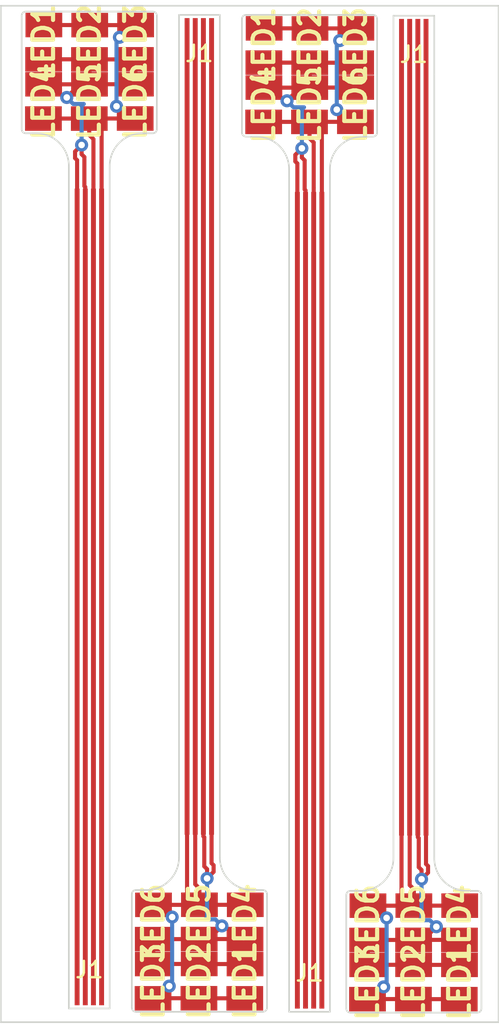
<source format=kicad_pcb>
(kicad_pcb (version 20171130) (host pcbnew "(5.1.5)-3")

  (general
    (thickness 1.6)
    (drawings 84)
    (tracks 212)
    (zones 0)
    (modules 28)
    (nets 3)
  )

  (page A4)
  (layers
    (0 F.Cu signal)
    (31 B.Cu signal)
    (32 B.Adhes user hide)
    (33 F.Adhes user hide)
    (34 B.Paste user hide)
    (35 F.Paste user hide)
    (36 B.SilkS user hide)
    (37 F.SilkS user hide)
    (38 B.Mask user hide)
    (39 F.Mask user hide)
    (40 Dwgs.User user hide)
    (41 Cmts.User user hide)
    (42 Eco1.User user hide)
    (43 Eco2.User user hide)
    (44 Edge.Cuts user)
    (45 Margin user hide)
    (46 B.CrtYd user hide)
    (47 F.CrtYd user hide)
    (48 B.Fab user hide)
    (49 F.Fab user hide)
  )

  (setup
    (last_trace_width 0.25)
    (trace_clearance 0.2)
    (zone_clearance 0.508)
    (zone_45_only no)
    (trace_min 0.2)
    (via_size 0.8)
    (via_drill 0.4)
    (via_min_size 0.4)
    (via_min_drill 0.3)
    (uvia_size 0.3)
    (uvia_drill 0.1)
    (uvias_allowed no)
    (uvia_min_size 0.2)
    (uvia_min_drill 0.1)
    (edge_width 0.1)
    (segment_width 0.2)
    (pcb_text_width 0.3)
    (pcb_text_size 1.5 1.5)
    (mod_edge_width 0.15)
    (mod_text_size 1 1)
    (mod_text_width 0.15)
    (pad_size 1.5 2.25)
    (pad_drill 0)
    (pad_to_mask_clearance 0)
    (aux_axis_origin 0 0)
    (visible_elements 7FFFFFFF)
    (pcbplotparams
      (layerselection 0x010fc_ffffffff)
      (usegerberextensions false)
      (usegerberattributes false)
      (usegerberadvancedattributes false)
      (creategerberjobfile false)
      (excludeedgelayer true)
      (linewidth 0.100000)
      (plotframeref false)
      (viasonmask false)
      (mode 1)
      (useauxorigin false)
      (hpglpennumber 1)
      (hpglpenspeed 20)
      (hpglpendiameter 15.000000)
      (psnegative false)
      (psa4output false)
      (plotreference true)
      (plotvalue true)
      (plotinvisibletext false)
      (padsonsilk false)
      (subtractmaskfromsilk false)
      (outputformat 1)
      (mirror false)
      (drillshape 0)
      (scaleselection 1)
      (outputdirectory "C:/Users/Ianht/Documents/General/Professional/MCube/GitHub/Hardware/Electrical/LED Harness/GREEN/"))
  )

  (net 0 "")
  (net 1 "Net-(J1-Pad1)")
  (net 2 "Net-(J1-Pad2)")

  (net_class Default "This is the default net class."
    (clearance 0.2)
    (trace_width 0.25)
    (via_dia 0.8)
    (via_drill 0.4)
    (uvia_dia 0.3)
    (uvia_drill 0.1)
    (add_net "Net-(J1-Pad1)")
    (add_net "Net-(J1-Pad2)")
  )

  (module "GelSight LED:FFC_Male_1x02-1MP_P0.50m" (layer F.Cu) (tedit 5E44885E) (tstamp 5E5FE6FB)
    (at 148.47678 80.1964 180)
    (descr "Hirose FH12, FFC/FPC connector, FH12-6S-0.5SH, 6 Pins per row (https://www.hirose.com/product/en/products/FH12/FH12-24S-0.5SH(55)/), generated with kicad-footprint-generator")
    (tags "connector Hirose FH12 horizontal")
    (path /5DFAAD9C)
    (attr smd)
    (fp_text reference J1 (at 0 -1.524) (layer F.SilkS)
      (effects (font (size 1 1) (thickness 0.15)))
    )
    (fp_text value Conn_01x02_Male (at 0 1.7018) (layer F.Fab)
      (effects (font (size 1 1) (thickness 0.15)))
    )
    (pad 2 smd rect (at 0.75 -24.35 180) (size 0.3 50) (layers F.Cu F.Paste F.Mask)
      (net 2 "Net-(J1-Pad2)"))
    (pad 2 smd rect (at 0.25 -24.35 180) (size 0.3 50) (layers F.Cu F.Paste F.Mask)
      (net 2 "Net-(J1-Pad2)"))
    (pad 1 smd rect (at -0.25 -24.35 180) (size 0.3 50) (layers F.Cu F.Paste F.Mask)
      (net 1 "Net-(J1-Pad1)"))
    (pad 1 smd rect (at -0.75 -24.35 180) (size 0.3 50) (layers F.Cu F.Paste F.Mask)
      (net 1 "Net-(J1-Pad1)"))
    (model ${KISYS3DMOD}/Connector_FFC-FPC.3dshapes/Hirose_FH12-6S-0.5SH_1x06-1MP_P0.50mm_Horizontal.wrl
      (at (xyz 0 0 0))
      (scale (xyz 1 1 1))
      (rotate (xyz 0 0 0))
    )
  )

  (module SamacSys_Parts:LEDM3528X210N (layer F.Cu) (tedit 5E5D4B16) (tstamp 5E5FE6F0)
    (at 145.65884 134.8867 90)
    (descr P-LCC-2_1)
    (tags LED)
    (path /5E5D4DE2)
    (attr smd)
    (fp_text reference LED6 (at 0 0 90) (layer F.SilkS)
      (effects (font (size 1.27 1.27) (thickness 0.254)))
    )
    (fp_text value LB_T64G-V1CA-59-Z (at 0 0 90) (layer F.SilkS) hide
      (effects (font (size 1.27 1.27) (thickness 0.254)))
    )
    (fp_line (start -1.75 -0.5) (end -0.85 -1.4) (layer F.Fab) (width 0.1))
    (fp_line (start -1.75 1.4) (end -1.75 -1.4) (layer F.Fab) (width 0.1))
    (fp_line (start 1.75 1.4) (end -1.75 1.4) (layer F.Fab) (width 0.1))
    (fp_line (start 1.75 -1.4) (end 1.75 1.4) (layer F.Fab) (width 0.1))
    (fp_line (start -1.75 -1.4) (end 1.75 -1.4) (layer F.Fab) (width 0.1))
    (fp_text user %R (at 0 0 90) (layer F.Fab)
      (effects (font (size 1.27 1.27) (thickness 0.254)))
    )
    (pad 2 smd rect (at 1.04902 0.0127 90) (size 1.5 2.25) (layers F.Cu F.Paste F.Mask)
      (net 2 "Net-(J1-Pad2)"))
    (pad 1 smd rect (at -1.04902 -0.00254 90) (size 1.5 2.25) (layers F.Cu F.Paste F.Mask)
      (net 1 "Net-(J1-Pad1)"))
  )

  (module SamacSys_Parts:LEDM3528X210N (layer F.Cu) (tedit 5E5D4B16) (tstamp 5E5FE6E5)
    (at 151.27732 134.88416 90)
    (descr P-LCC-2_1)
    (tags LED)
    (path /5E5D3B40)
    (attr smd)
    (fp_text reference LED4 (at 0 0 90) (layer F.SilkS)
      (effects (font (size 1.27 1.27) (thickness 0.254)))
    )
    (fp_text value LB_T64G-V1CA-59-Z (at 0 0 90) (layer F.SilkS) hide
      (effects (font (size 1.27 1.27) (thickness 0.254)))
    )
    (fp_line (start -1.75 -0.5) (end -0.85 -1.4) (layer F.Fab) (width 0.1))
    (fp_line (start -1.75 1.4) (end -1.75 -1.4) (layer F.Fab) (width 0.1))
    (fp_line (start 1.75 1.4) (end -1.75 1.4) (layer F.Fab) (width 0.1))
    (fp_line (start 1.75 -1.4) (end 1.75 1.4) (layer F.Fab) (width 0.1))
    (fp_line (start -1.75 -1.4) (end 1.75 -1.4) (layer F.Fab) (width 0.1))
    (fp_text user %R (at 0 0 90) (layer F.Fab)
      (effects (font (size 1.27 1.27) (thickness 0.254)))
    )
    (pad 2 smd rect (at 1.04902 0.0127 90) (size 1.5 2.25) (layers F.Cu F.Paste F.Mask)
      (net 2 "Net-(J1-Pad2)"))
    (pad 1 smd rect (at -1.04902 -0.00254 90) (size 1.5 2.25) (layers F.Cu F.Paste F.Mask)
      (net 1 "Net-(J1-Pad1)"))
  )

  (module SamacSys_Parts:LEDM3528X210N (layer F.Cu) (tedit 5E5D4DB9) (tstamp 5E5FE6DA)
    (at 148.47062 134.88162 90)
    (descr P-LCC-2_1)
    (tags LED)
    (path /5E5D4416)
    (attr smd)
    (fp_text reference LED5 (at 0 0 90) (layer F.SilkS)
      (effects (font (size 1.27 1.27) (thickness 0.254)))
    )
    (fp_text value LB_T64G-V1CA-59-Z (at 0 0 90) (layer F.SilkS) hide
      (effects (font (size 1.27 1.27) (thickness 0.254)))
    )
    (fp_text user %R (at 0 0 90) (layer F.Fab)
      (effects (font (size 1.27 1.27) (thickness 0.254)))
    )
    (fp_line (start -1.75 -1.4) (end 1.75 -1.4) (layer F.Fab) (width 0.1))
    (fp_line (start 1.75 -1.4) (end 1.75 1.4) (layer F.Fab) (width 0.1))
    (fp_line (start 1.75 1.4) (end -1.75 1.4) (layer F.Fab) (width 0.1))
    (fp_line (start -1.75 1.4) (end -1.75 -1.4) (layer F.Fab) (width 0.1))
    (fp_line (start -1.75 -0.5) (end -0.85 -1.4) (layer F.Fab) (width 0.1))
    (pad 1 smd rect (at -1.04902 -0.00254 90) (size 1.5 2.25) (layers F.Cu F.Paste F.Mask)
      (net 1 "Net-(J1-Pad1)"))
    (pad 2 smd rect (at 1.04902 0.0127 90) (size 1.5 2.25) (layers F.Cu F.Paste F.Mask)
      (net 2 "Net-(J1-Pad2)"))
  )

  (module SamacSys_Parts:LEDM3528X210N (layer F.Cu) (tedit 5E5D4B16) (tstamp 5E5FE6CF)
    (at 151.27478 138.51128 270)
    (descr P-LCC-2_1)
    (tags LED)
    (path /5DF9516F)
    (attr smd)
    (fp_text reference LED1 (at 0 0 90) (layer F.SilkS)
      (effects (font (size 1.27 1.27) (thickness 0.254)))
    )
    (fp_text value LB_T64G-V1CA-59-Z (at 0 0 90) (layer F.SilkS) hide
      (effects (font (size 1.27 1.27) (thickness 0.254)))
    )
    (fp_text user %R (at 0 0 90) (layer F.Fab)
      (effects (font (size 1.27 1.27) (thickness 0.254)))
    )
    (fp_line (start -1.75 -1.4) (end 1.75 -1.4) (layer F.Fab) (width 0.1))
    (fp_line (start 1.75 -1.4) (end 1.75 1.4) (layer F.Fab) (width 0.1))
    (fp_line (start 1.75 1.4) (end -1.75 1.4) (layer F.Fab) (width 0.1))
    (fp_line (start -1.75 1.4) (end -1.75 -1.4) (layer F.Fab) (width 0.1))
    (fp_line (start -1.75 -0.5) (end -0.85 -1.4) (layer F.Fab) (width 0.1))
    (pad 1 smd rect (at -1.04902 -0.00254 270) (size 1.5 2.25) (layers F.Cu F.Paste F.Mask)
      (net 1 "Net-(J1-Pad1)"))
    (pad 2 smd rect (at 1.04902 0.0127 270) (size 1.5 2.25) (layers F.Cu F.Paste F.Mask)
      (net 2 "Net-(J1-Pad2)"))
  )

  (module SamacSys_Parts:LEDM3528X210N (layer F.Cu) (tedit 5E5D4B16) (tstamp 5E5FE6C4)
    (at 148.46681 138.5062 270)
    (descr P-LCC-2_1)
    (tags LED)
    (path /5DF95B42)
    (attr smd)
    (fp_text reference LED2 (at 0 0 90) (layer F.SilkS)
      (effects (font (size 1.27 1.27) (thickness 0.254)))
    )
    (fp_text value LB_T64G-V1CA-59-Z (at 0 0 90) (layer F.SilkS) hide
      (effects (font (size 1.27 1.27) (thickness 0.254)))
    )
    (fp_line (start -1.75 -0.5) (end -0.85 -1.4) (layer F.Fab) (width 0.1))
    (fp_line (start -1.75 1.4) (end -1.75 -1.4) (layer F.Fab) (width 0.1))
    (fp_line (start 1.75 1.4) (end -1.75 1.4) (layer F.Fab) (width 0.1))
    (fp_line (start 1.75 -1.4) (end 1.75 1.4) (layer F.Fab) (width 0.1))
    (fp_line (start -1.75 -1.4) (end 1.75 -1.4) (layer F.Fab) (width 0.1))
    (fp_text user %R (at 0 0 90) (layer F.Fab)
      (effects (font (size 1.27 1.27) (thickness 0.254)))
    )
    (pad 2 smd rect (at 1.04902 0.0127 270) (size 1.5 2.25) (layers F.Cu F.Paste F.Mask)
      (net 2 "Net-(J1-Pad2)"))
    (pad 1 smd rect (at -1.04902 -0.00254 270) (size 1.5 2.25) (layers F.Cu F.Paste F.Mask)
      (net 1 "Net-(J1-Pad1)"))
  )

  (module SamacSys_Parts:LEDM3528X210N (layer F.Cu) (tedit 5E5D4B16) (tstamp 5E5FE6B9)
    (at 145.6563 138.51128 270)
    (descr P-LCC-2_1)
    (tags LED)
    (path /5DF9746F)
    (attr smd)
    (fp_text reference LED3 (at 0 0 90) (layer F.SilkS)
      (effects (font (size 1.27 1.27) (thickness 0.254)))
    )
    (fp_text value LB_T64G-V1CA-59-Z (at 0 0 90) (layer F.SilkS) hide
      (effects (font (size 1.27 1.27) (thickness 0.254)))
    )
    (fp_text user %R (at 0 0 90) (layer F.Fab)
      (effects (font (size 1.27 1.27) (thickness 0.254)))
    )
    (fp_line (start -1.75 -1.4) (end 1.75 -1.4) (layer F.Fab) (width 0.1))
    (fp_line (start 1.75 -1.4) (end 1.75 1.4) (layer F.Fab) (width 0.1))
    (fp_line (start 1.75 1.4) (end -1.75 1.4) (layer F.Fab) (width 0.1))
    (fp_line (start -1.75 1.4) (end -1.75 -1.4) (layer F.Fab) (width 0.1))
    (fp_line (start -1.75 -0.5) (end -0.85 -1.4) (layer F.Fab) (width 0.1))
    (pad 1 smd rect (at -1.04902 -0.00254 270) (size 1.5 2.25) (layers F.Cu F.Paste F.Mask)
      (net 1 "Net-(J1-Pad1)"))
    (pad 2 smd rect (at 1.04902 0.0127 270) (size 1.5 2.25) (layers F.Cu F.Paste F.Mask)
      (net 2 "Net-(J1-Pad2)"))
  )

  (module SamacSys_Parts:LEDM3528X210N (layer F.Cu) (tedit 5E5D4B16) (tstamp 5E5FE4AF)
    (at 144.9197 81.17332 90)
    (descr P-LCC-2_1)
    (tags LED)
    (path /5DF9746F)
    (attr smd)
    (fp_text reference LED3 (at 0 0 90) (layer F.SilkS)
      (effects (font (size 1.27 1.27) (thickness 0.254)))
    )
    (fp_text value LB_T64G-V1CA-59-Z (at 0 0 90) (layer F.SilkS) hide
      (effects (font (size 1.27 1.27) (thickness 0.254)))
    )
    (fp_text user %R (at 0 0 90) (layer F.Fab)
      (effects (font (size 1.27 1.27) (thickness 0.254)))
    )
    (fp_line (start -1.75 -1.4) (end 1.75 -1.4) (layer F.Fab) (width 0.1))
    (fp_line (start 1.75 -1.4) (end 1.75 1.4) (layer F.Fab) (width 0.1))
    (fp_line (start 1.75 1.4) (end -1.75 1.4) (layer F.Fab) (width 0.1))
    (fp_line (start -1.75 1.4) (end -1.75 -1.4) (layer F.Fab) (width 0.1))
    (fp_line (start -1.75 -0.5) (end -0.85 -1.4) (layer F.Fab) (width 0.1))
    (pad 1 smd rect (at -1.04902 -0.00254 90) (size 1.5 2.25) (layers F.Cu F.Paste F.Mask)
      (net 1 "Net-(J1-Pad1)"))
    (pad 2 smd rect (at 1.04902 0.0127 90) (size 1.5 2.25) (layers F.Cu F.Paste F.Mask)
      (net 2 "Net-(J1-Pad2)"))
  )

  (module SamacSys_Parts:LEDM3528X210N (layer F.Cu) (tedit 5E5D4B16) (tstamp 5E5FE4A4)
    (at 144.91716 84.7979 270)
    (descr P-LCC-2_1)
    (tags LED)
    (path /5E5D4DE2)
    (attr smd)
    (fp_text reference LED6 (at 0 0 90) (layer F.SilkS)
      (effects (font (size 1.27 1.27) (thickness 0.254)))
    )
    (fp_text value LB_T64G-V1CA-59-Z (at 0 0 90) (layer F.SilkS) hide
      (effects (font (size 1.27 1.27) (thickness 0.254)))
    )
    (fp_line (start -1.75 -0.5) (end -0.85 -1.4) (layer F.Fab) (width 0.1))
    (fp_line (start -1.75 1.4) (end -1.75 -1.4) (layer F.Fab) (width 0.1))
    (fp_line (start 1.75 1.4) (end -1.75 1.4) (layer F.Fab) (width 0.1))
    (fp_line (start 1.75 -1.4) (end 1.75 1.4) (layer F.Fab) (width 0.1))
    (fp_line (start -1.75 -1.4) (end 1.75 -1.4) (layer F.Fab) (width 0.1))
    (fp_text user %R (at 0 0 90) (layer F.Fab)
      (effects (font (size 1.27 1.27) (thickness 0.254)))
    )
    (pad 2 smd rect (at 1.04902 0.0127 270) (size 1.5 2.25) (layers F.Cu F.Paste F.Mask)
      (net 2 "Net-(J1-Pad2)"))
    (pad 1 smd rect (at -1.04902 -0.00254 270) (size 1.5 2.25) (layers F.Cu F.Paste F.Mask)
      (net 1 "Net-(J1-Pad1)"))
  )

  (module "GelSight LED:FFC_Male_1x02-1MP_P0.50m" (layer F.Cu) (tedit 5E44885E) (tstamp 5E5FE49D)
    (at 142.09922 139.4882)
    (descr "Hirose FH12, FFC/FPC connector, FH12-6S-0.5SH, 6 Pins per row (https://www.hirose.com/product/en/products/FH12/FH12-24S-0.5SH(55)/), generated with kicad-footprint-generator")
    (tags "connector Hirose FH12 horizontal")
    (path /5DFAAD9C)
    (attr smd)
    (fp_text reference J1 (at 0 -1.524) (layer F.SilkS)
      (effects (font (size 1 1) (thickness 0.15)))
    )
    (fp_text value Conn_01x02_Male (at 0 1.7018) (layer F.Fab)
      (effects (font (size 1 1) (thickness 0.15)))
    )
    (pad 2 smd rect (at 0.75 -24.35) (size 0.3 50) (layers F.Cu F.Paste F.Mask)
      (net 2 "Net-(J1-Pad2)"))
    (pad 2 smd rect (at 0.25 -24.35) (size 0.3 50) (layers F.Cu F.Paste F.Mask)
      (net 2 "Net-(J1-Pad2)"))
    (pad 1 smd rect (at -0.25 -24.35) (size 0.3 50) (layers F.Cu F.Paste F.Mask)
      (net 1 "Net-(J1-Pad1)"))
    (pad 1 smd rect (at -0.75 -24.35) (size 0.3 50) (layers F.Cu F.Paste F.Mask)
      (net 1 "Net-(J1-Pad1)"))
    (model ${KISYS3DMOD}/Connector_FFC-FPC.3dshapes/Hirose_FH12-6S-0.5SH_1x06-1MP_P0.50mm_Horizontal.wrl
      (at (xyz 0 0 0))
      (scale (xyz 1 1 1))
      (rotate (xyz 0 0 0))
    )
  )

  (module SamacSys_Parts:LEDM3528X210N (layer F.Cu) (tedit 5E5D4B16) (tstamp 5E5FE492)
    (at 139.29868 84.80044 270)
    (descr P-LCC-2_1)
    (tags LED)
    (path /5E5D3B40)
    (attr smd)
    (fp_text reference LED4 (at 0 0 90) (layer F.SilkS)
      (effects (font (size 1.27 1.27) (thickness 0.254)))
    )
    (fp_text value LB_T64G-V1CA-59-Z (at 0 0 90) (layer F.SilkS) hide
      (effects (font (size 1.27 1.27) (thickness 0.254)))
    )
    (fp_line (start -1.75 -0.5) (end -0.85 -1.4) (layer F.Fab) (width 0.1))
    (fp_line (start -1.75 1.4) (end -1.75 -1.4) (layer F.Fab) (width 0.1))
    (fp_line (start 1.75 1.4) (end -1.75 1.4) (layer F.Fab) (width 0.1))
    (fp_line (start 1.75 -1.4) (end 1.75 1.4) (layer F.Fab) (width 0.1))
    (fp_line (start -1.75 -1.4) (end 1.75 -1.4) (layer F.Fab) (width 0.1))
    (fp_text user %R (at 0 0 90) (layer F.Fab)
      (effects (font (size 1.27 1.27) (thickness 0.254)))
    )
    (pad 2 smd rect (at 1.04902 0.0127 270) (size 1.5 2.25) (layers F.Cu F.Paste F.Mask)
      (net 2 "Net-(J1-Pad2)"))
    (pad 1 smd rect (at -1.04902 -0.00254 270) (size 1.5 2.25) (layers F.Cu F.Paste F.Mask)
      (net 1 "Net-(J1-Pad1)"))
  )

  (module SamacSys_Parts:LEDM3528X210N (layer F.Cu) (tedit 5E5D4DB9) (tstamp 5E5FE487)
    (at 142.10538 84.80298 270)
    (descr P-LCC-2_1)
    (tags LED)
    (path /5E5D4416)
    (attr smd)
    (fp_text reference LED5 (at 0 0 90) (layer F.SilkS)
      (effects (font (size 1.27 1.27) (thickness 0.254)))
    )
    (fp_text value LB_T64G-V1CA-59-Z (at 0 0 90) (layer F.SilkS) hide
      (effects (font (size 1.27 1.27) (thickness 0.254)))
    )
    (fp_text user %R (at 0 0 90) (layer F.Fab)
      (effects (font (size 1.27 1.27) (thickness 0.254)))
    )
    (fp_line (start -1.75 -1.4) (end 1.75 -1.4) (layer F.Fab) (width 0.1))
    (fp_line (start 1.75 -1.4) (end 1.75 1.4) (layer F.Fab) (width 0.1))
    (fp_line (start 1.75 1.4) (end -1.75 1.4) (layer F.Fab) (width 0.1))
    (fp_line (start -1.75 1.4) (end -1.75 -1.4) (layer F.Fab) (width 0.1))
    (fp_line (start -1.75 -0.5) (end -0.85 -1.4) (layer F.Fab) (width 0.1))
    (pad 1 smd rect (at -1.04902 -0.00254 270) (size 1.5 2.25) (layers F.Cu F.Paste F.Mask)
      (net 1 "Net-(J1-Pad1)"))
    (pad 2 smd rect (at 1.04902 0.0127 270) (size 1.5 2.25) (layers F.Cu F.Paste F.Mask)
      (net 2 "Net-(J1-Pad2)"))
  )

  (module SamacSys_Parts:LEDM3528X210N (layer F.Cu) (tedit 5E5D4B16) (tstamp 5E5FE47C)
    (at 142.10919 81.1784 90)
    (descr P-LCC-2_1)
    (tags LED)
    (path /5DF95B42)
    (attr smd)
    (fp_text reference LED2 (at 0 0 90) (layer F.SilkS)
      (effects (font (size 1.27 1.27) (thickness 0.254)))
    )
    (fp_text value LB_T64G-V1CA-59-Z (at 0 0 90) (layer F.SilkS) hide
      (effects (font (size 1.27 1.27) (thickness 0.254)))
    )
    (fp_line (start -1.75 -0.5) (end -0.85 -1.4) (layer F.Fab) (width 0.1))
    (fp_line (start -1.75 1.4) (end -1.75 -1.4) (layer F.Fab) (width 0.1))
    (fp_line (start 1.75 1.4) (end -1.75 1.4) (layer F.Fab) (width 0.1))
    (fp_line (start 1.75 -1.4) (end 1.75 1.4) (layer F.Fab) (width 0.1))
    (fp_line (start -1.75 -1.4) (end 1.75 -1.4) (layer F.Fab) (width 0.1))
    (fp_text user %R (at 0 0 90) (layer F.Fab)
      (effects (font (size 1.27 1.27) (thickness 0.254)))
    )
    (pad 2 smd rect (at 1.04902 0.0127 90) (size 1.5 2.25) (layers F.Cu F.Paste F.Mask)
      (net 2 "Net-(J1-Pad2)"))
    (pad 1 smd rect (at -1.04902 -0.00254 90) (size 1.5 2.25) (layers F.Cu F.Paste F.Mask)
      (net 1 "Net-(J1-Pad1)"))
  )

  (module SamacSys_Parts:LEDM3528X210N (layer F.Cu) (tedit 5E5D4B16) (tstamp 5E5FE471)
    (at 139.30122 81.17332 90)
    (descr P-LCC-2_1)
    (tags LED)
    (path /5DF9516F)
    (attr smd)
    (fp_text reference LED1 (at 0 0 90) (layer F.SilkS)
      (effects (font (size 1.27 1.27) (thickness 0.254)))
    )
    (fp_text value LB_T64G-V1CA-59-Z (at 0 0 90) (layer F.SilkS) hide
      (effects (font (size 1.27 1.27) (thickness 0.254)))
    )
    (fp_text user %R (at 0 0 90) (layer F.Fab)
      (effects (font (size 1.27 1.27) (thickness 0.254)))
    )
    (fp_line (start -1.75 -1.4) (end 1.75 -1.4) (layer F.Fab) (width 0.1))
    (fp_line (start 1.75 -1.4) (end 1.75 1.4) (layer F.Fab) (width 0.1))
    (fp_line (start 1.75 1.4) (end -1.75 1.4) (layer F.Fab) (width 0.1))
    (fp_line (start -1.75 1.4) (end -1.75 -1.4) (layer F.Fab) (width 0.1))
    (fp_line (start -1.75 -0.5) (end -0.85 -1.4) (layer F.Fab) (width 0.1))
    (pad 1 smd rect (at -1.04902 -0.00254 90) (size 1.5 2.25) (layers F.Cu F.Paste F.Mask)
      (net 1 "Net-(J1-Pad1)"))
    (pad 2 smd rect (at 1.04902 0.0127 90) (size 1.5 2.25) (layers F.Cu F.Paste F.Mask)
      (net 2 "Net-(J1-Pad2)"))
  )

  (module SamacSys_Parts:LEDM3528X210N (layer F.Cu) (tedit 5E5D4B16) (tstamp 5E5FE26B)
    (at 135.33501 138.4554 270)
    (descr P-LCC-2_1)
    (tags LED)
    (path /5DF95B42)
    (attr smd)
    (fp_text reference LED2 (at 0 0 90) (layer F.SilkS)
      (effects (font (size 1.27 1.27) (thickness 0.254)))
    )
    (fp_text value LB_T64G-V1CA-59-Z (at 0 0 90) (layer F.SilkS) hide
      (effects (font (size 1.27 1.27) (thickness 0.254)))
    )
    (fp_text user %R (at 0 0 90) (layer F.Fab)
      (effects (font (size 1.27 1.27) (thickness 0.254)))
    )
    (fp_line (start -1.75 -1.4) (end 1.75 -1.4) (layer F.Fab) (width 0.1))
    (fp_line (start 1.75 -1.4) (end 1.75 1.4) (layer F.Fab) (width 0.1))
    (fp_line (start 1.75 1.4) (end -1.75 1.4) (layer F.Fab) (width 0.1))
    (fp_line (start -1.75 1.4) (end -1.75 -1.4) (layer F.Fab) (width 0.1))
    (fp_line (start -1.75 -0.5) (end -0.85 -1.4) (layer F.Fab) (width 0.1))
    (pad 1 smd rect (at -1.04902 -0.00254 270) (size 1.5 2.25) (layers F.Cu F.Paste F.Mask)
      (net 1 "Net-(J1-Pad1)"))
    (pad 2 smd rect (at 1.04902 0.0127 270) (size 1.5 2.25) (layers F.Cu F.Paste F.Mask)
      (net 2 "Net-(J1-Pad2)"))
  )

  (module SamacSys_Parts:LEDM3528X210N (layer F.Cu) (tedit 5E5D4DB9) (tstamp 5E5FE260)
    (at 135.33882 134.83082 90)
    (descr P-LCC-2_1)
    (tags LED)
    (path /5E5D4416)
    (attr smd)
    (fp_text reference LED5 (at 0 0 90) (layer F.SilkS)
      (effects (font (size 1.27 1.27) (thickness 0.254)))
    )
    (fp_text value LB_T64G-V1CA-59-Z (at 0 0 90) (layer F.SilkS) hide
      (effects (font (size 1.27 1.27) (thickness 0.254)))
    )
    (fp_line (start -1.75 -0.5) (end -0.85 -1.4) (layer F.Fab) (width 0.1))
    (fp_line (start -1.75 1.4) (end -1.75 -1.4) (layer F.Fab) (width 0.1))
    (fp_line (start 1.75 1.4) (end -1.75 1.4) (layer F.Fab) (width 0.1))
    (fp_line (start 1.75 -1.4) (end 1.75 1.4) (layer F.Fab) (width 0.1))
    (fp_line (start -1.75 -1.4) (end 1.75 -1.4) (layer F.Fab) (width 0.1))
    (fp_text user %R (at 0 0 90) (layer F.Fab)
      (effects (font (size 1.27 1.27) (thickness 0.254)))
    )
    (pad 2 smd rect (at 1.04902 0.0127 90) (size 1.5 2.25) (layers F.Cu F.Paste F.Mask)
      (net 2 "Net-(J1-Pad2)"))
    (pad 1 smd rect (at -1.04902 -0.00254 90) (size 1.5 2.25) (layers F.Cu F.Paste F.Mask)
      (net 1 "Net-(J1-Pad1)"))
  )

  (module SamacSys_Parts:LEDM3528X210N (layer F.Cu) (tedit 5E5D4B16) (tstamp 5E5FE255)
    (at 132.5245 138.46048 270)
    (descr P-LCC-2_1)
    (tags LED)
    (path /5DF9746F)
    (attr smd)
    (fp_text reference LED3 (at 0 0 90) (layer F.SilkS)
      (effects (font (size 1.27 1.27) (thickness 0.254)))
    )
    (fp_text value LB_T64G-V1CA-59-Z (at 0 0 90) (layer F.SilkS) hide
      (effects (font (size 1.27 1.27) (thickness 0.254)))
    )
    (fp_line (start -1.75 -0.5) (end -0.85 -1.4) (layer F.Fab) (width 0.1))
    (fp_line (start -1.75 1.4) (end -1.75 -1.4) (layer F.Fab) (width 0.1))
    (fp_line (start 1.75 1.4) (end -1.75 1.4) (layer F.Fab) (width 0.1))
    (fp_line (start 1.75 -1.4) (end 1.75 1.4) (layer F.Fab) (width 0.1))
    (fp_line (start -1.75 -1.4) (end 1.75 -1.4) (layer F.Fab) (width 0.1))
    (fp_text user %R (at 0 0 90) (layer F.Fab)
      (effects (font (size 1.27 1.27) (thickness 0.254)))
    )
    (pad 2 smd rect (at 1.04902 0.0127 270) (size 1.5 2.25) (layers F.Cu F.Paste F.Mask)
      (net 2 "Net-(J1-Pad2)"))
    (pad 1 smd rect (at -1.04902 -0.00254 270) (size 1.5 2.25) (layers F.Cu F.Paste F.Mask)
      (net 1 "Net-(J1-Pad1)"))
  )

  (module SamacSys_Parts:LEDM3528X210N (layer F.Cu) (tedit 5E5D4B16) (tstamp 5E5FE24A)
    (at 138.14298 138.46048 270)
    (descr P-LCC-2_1)
    (tags LED)
    (path /5DF9516F)
    (attr smd)
    (fp_text reference LED1 (at 0 0 90) (layer F.SilkS)
      (effects (font (size 1.27 1.27) (thickness 0.254)))
    )
    (fp_text value LB_T64G-V1CA-59-Z (at 0 0 90) (layer F.SilkS) hide
      (effects (font (size 1.27 1.27) (thickness 0.254)))
    )
    (fp_line (start -1.75 -0.5) (end -0.85 -1.4) (layer F.Fab) (width 0.1))
    (fp_line (start -1.75 1.4) (end -1.75 -1.4) (layer F.Fab) (width 0.1))
    (fp_line (start 1.75 1.4) (end -1.75 1.4) (layer F.Fab) (width 0.1))
    (fp_line (start 1.75 -1.4) (end 1.75 1.4) (layer F.Fab) (width 0.1))
    (fp_line (start -1.75 -1.4) (end 1.75 -1.4) (layer F.Fab) (width 0.1))
    (fp_text user %R (at 0 0 90) (layer F.Fab)
      (effects (font (size 1.27 1.27) (thickness 0.254)))
    )
    (pad 2 smd rect (at 1.04902 0.0127 270) (size 1.5 2.25) (layers F.Cu F.Paste F.Mask)
      (net 2 "Net-(J1-Pad2)"))
    (pad 1 smd rect (at -1.04902 -0.00254 270) (size 1.5 2.25) (layers F.Cu F.Paste F.Mask)
      (net 1 "Net-(J1-Pad1)"))
  )

  (module SamacSys_Parts:LEDM3528X210N (layer F.Cu) (tedit 5E5D4B16) (tstamp 5E5FE23F)
    (at 132.52704 134.8359 90)
    (descr P-LCC-2_1)
    (tags LED)
    (path /5E5D4DE2)
    (attr smd)
    (fp_text reference LED6 (at 0 0 90) (layer F.SilkS)
      (effects (font (size 1.27 1.27) (thickness 0.254)))
    )
    (fp_text value LB_T64G-V1CA-59-Z (at 0 0 90) (layer F.SilkS) hide
      (effects (font (size 1.27 1.27) (thickness 0.254)))
    )
    (fp_text user %R (at 0 0 90) (layer F.Fab)
      (effects (font (size 1.27 1.27) (thickness 0.254)))
    )
    (fp_line (start -1.75 -1.4) (end 1.75 -1.4) (layer F.Fab) (width 0.1))
    (fp_line (start 1.75 -1.4) (end 1.75 1.4) (layer F.Fab) (width 0.1))
    (fp_line (start 1.75 1.4) (end -1.75 1.4) (layer F.Fab) (width 0.1))
    (fp_line (start -1.75 1.4) (end -1.75 -1.4) (layer F.Fab) (width 0.1))
    (fp_line (start -1.75 -0.5) (end -0.85 -1.4) (layer F.Fab) (width 0.1))
    (pad 1 smd rect (at -1.04902 -0.00254 90) (size 1.5 2.25) (layers F.Cu F.Paste F.Mask)
      (net 1 "Net-(J1-Pad1)"))
    (pad 2 smd rect (at 1.04902 0.0127 90) (size 1.5 2.25) (layers F.Cu F.Paste F.Mask)
      (net 2 "Net-(J1-Pad2)"))
  )

  (module "GelSight LED:FFC_Male_1x02-1MP_P0.50m" (layer F.Cu) (tedit 5E44885E) (tstamp 5E5FE238)
    (at 135.34498 80.1456 180)
    (descr "Hirose FH12, FFC/FPC connector, FH12-6S-0.5SH, 6 Pins per row (https://www.hirose.com/product/en/products/FH12/FH12-24S-0.5SH(55)/), generated with kicad-footprint-generator")
    (tags "connector Hirose FH12 horizontal")
    (path /5DFAAD9C)
    (attr smd)
    (fp_text reference J1 (at 0 -1.524) (layer F.SilkS)
      (effects (font (size 1 1) (thickness 0.15)))
    )
    (fp_text value Conn_01x02_Male (at 0 1.7018) (layer F.Fab)
      (effects (font (size 1 1) (thickness 0.15)))
    )
    (pad 1 smd rect (at -0.75 -24.35 180) (size 0.3 50) (layers F.Cu F.Paste F.Mask)
      (net 1 "Net-(J1-Pad1)"))
    (pad 1 smd rect (at -0.25 -24.35 180) (size 0.3 50) (layers F.Cu F.Paste F.Mask)
      (net 1 "Net-(J1-Pad1)"))
    (pad 2 smd rect (at 0.25 -24.35 180) (size 0.3 50) (layers F.Cu F.Paste F.Mask)
      (net 2 "Net-(J1-Pad2)"))
    (pad 2 smd rect (at 0.75 -24.35 180) (size 0.3 50) (layers F.Cu F.Paste F.Mask)
      (net 2 "Net-(J1-Pad2)"))
    (model ${KISYS3DMOD}/Connector_FFC-FPC.3dshapes/Hirose_FH12-6S-0.5SH_1x06-1MP_P0.50mm_Horizontal.wrl
      (at (xyz 0 0 0))
      (scale (xyz 1 1 1))
      (rotate (xyz 0 0 0))
    )
  )

  (module SamacSys_Parts:LEDM3528X210N (layer F.Cu) (tedit 5E5D4B16) (tstamp 5E5FE22D)
    (at 138.14552 134.83336 90)
    (descr P-LCC-2_1)
    (tags LED)
    (path /5E5D3B40)
    (attr smd)
    (fp_text reference LED4 (at 0 0 90) (layer F.SilkS)
      (effects (font (size 1.27 1.27) (thickness 0.254)))
    )
    (fp_text value LB_T64G-V1CA-59-Z (at 0 0 90) (layer F.SilkS) hide
      (effects (font (size 1.27 1.27) (thickness 0.254)))
    )
    (fp_text user %R (at 0 0 90) (layer F.Fab)
      (effects (font (size 1.27 1.27) (thickness 0.254)))
    )
    (fp_line (start -1.75 -1.4) (end 1.75 -1.4) (layer F.Fab) (width 0.1))
    (fp_line (start 1.75 -1.4) (end 1.75 1.4) (layer F.Fab) (width 0.1))
    (fp_line (start 1.75 1.4) (end -1.75 1.4) (layer F.Fab) (width 0.1))
    (fp_line (start -1.75 1.4) (end -1.75 -1.4) (layer F.Fab) (width 0.1))
    (fp_line (start -1.75 -0.5) (end -0.85 -1.4) (layer F.Fab) (width 0.1))
    (pad 1 smd rect (at -1.04902 -0.00254 90) (size 1.5 2.25) (layers F.Cu F.Paste F.Mask)
      (net 1 "Net-(J1-Pad1)"))
    (pad 2 smd rect (at 1.04902 0.0127 90) (size 1.5 2.25) (layers F.Cu F.Paste F.Mask)
      (net 2 "Net-(J1-Pad2)"))
  )

  (module "GelSight LED:FFC_Male_1x02-1MP_P0.50m" (layer F.Cu) (tedit 5E44885E) (tstamp 5E5D4E10)
    (at 128.61182 139.285)
    (descr "Hirose FH12, FFC/FPC connector, FH12-6S-0.5SH, 6 Pins per row (https://www.hirose.com/product/en/products/FH12/FH12-24S-0.5SH(55)/), generated with kicad-footprint-generator")
    (tags "connector Hirose FH12 horizontal")
    (path /5DFAAD9C)
    (attr smd)
    (fp_text reference J1 (at 0 -1.524) (layer F.SilkS)
      (effects (font (size 1 1) (thickness 0.15)))
    )
    (fp_text value Conn_01x02_Male (at 0 1.7018) (layer F.Fab)
      (effects (font (size 1 1) (thickness 0.15)))
    )
    (pad 2 smd rect (at 0.75 -24.35) (size 0.3 50) (layers F.Cu F.Paste F.Mask)
      (net 2 "Net-(J1-Pad2)"))
    (pad 2 smd rect (at 0.25 -24.35) (size 0.3 50) (layers F.Cu F.Paste F.Mask)
      (net 2 "Net-(J1-Pad2)"))
    (pad 1 smd rect (at -0.25 -24.35) (size 0.3 50) (layers F.Cu F.Paste F.Mask)
      (net 1 "Net-(J1-Pad1)"))
    (pad 1 smd rect (at -0.75 -24.35) (size 0.3 50) (layers F.Cu F.Paste F.Mask)
      (net 1 "Net-(J1-Pad1)"))
    (model ${KISYS3DMOD}/Connector_FFC-FPC.3dshapes/Hirose_FH12-6S-0.5SH_1x06-1MP_P0.50mm_Horizontal.wrl
      (at (xyz 0 0 0))
      (scale (xyz 1 1 1))
      (rotate (xyz 0 0 0))
    )
  )

  (module SamacSys_Parts:LEDM3528X210N (layer F.Cu) (tedit 5E5D4B16) (tstamp 5E5D4E1C)
    (at 125.81382 80.97012 90)
    (descr P-LCC-2_1)
    (tags LED)
    (path /5DF9516F)
    (attr smd)
    (fp_text reference LED1 (at 0 0 90) (layer F.SilkS)
      (effects (font (size 1.27 1.27) (thickness 0.254)))
    )
    (fp_text value LB_T64G-V1CA-59-Z (at 0 0 90) (layer F.SilkS) hide
      (effects (font (size 1.27 1.27) (thickness 0.254)))
    )
    (fp_text user %R (at 0 0 90) (layer F.Fab)
      (effects (font (size 1.27 1.27) (thickness 0.254)))
    )
    (fp_line (start -1.75 -1.4) (end 1.75 -1.4) (layer F.Fab) (width 0.1))
    (fp_line (start 1.75 -1.4) (end 1.75 1.4) (layer F.Fab) (width 0.1))
    (fp_line (start 1.75 1.4) (end -1.75 1.4) (layer F.Fab) (width 0.1))
    (fp_line (start -1.75 1.4) (end -1.75 -1.4) (layer F.Fab) (width 0.1))
    (fp_line (start -1.75 -0.5) (end -0.85 -1.4) (layer F.Fab) (width 0.1))
    (pad 1 smd rect (at -1.04902 -0.00254 90) (size 1.5 2.25) (layers F.Cu F.Paste F.Mask)
      (net 1 "Net-(J1-Pad1)"))
    (pad 2 smd rect (at 1.04902 0.0127 90) (size 1.5 2.25) (layers F.Cu F.Paste F.Mask)
      (net 2 "Net-(J1-Pad2)"))
  )

  (module SamacSys_Parts:LEDM3528X210N (layer F.Cu) (tedit 5E5D4B16) (tstamp 5E5D4E28)
    (at 128.62179 80.9752 90)
    (descr P-LCC-2_1)
    (tags LED)
    (path /5DF95B42)
    (attr smd)
    (fp_text reference LED2 (at 0 0 90) (layer F.SilkS)
      (effects (font (size 1.27 1.27) (thickness 0.254)))
    )
    (fp_text value LB_T64G-V1CA-59-Z (at 0 0 90) (layer F.SilkS) hide
      (effects (font (size 1.27 1.27) (thickness 0.254)))
    )
    (fp_line (start -1.75 -0.5) (end -0.85 -1.4) (layer F.Fab) (width 0.1))
    (fp_line (start -1.75 1.4) (end -1.75 -1.4) (layer F.Fab) (width 0.1))
    (fp_line (start 1.75 1.4) (end -1.75 1.4) (layer F.Fab) (width 0.1))
    (fp_line (start 1.75 -1.4) (end 1.75 1.4) (layer F.Fab) (width 0.1))
    (fp_line (start -1.75 -1.4) (end 1.75 -1.4) (layer F.Fab) (width 0.1))
    (fp_text user %R (at 0 0 90) (layer F.Fab)
      (effects (font (size 1.27 1.27) (thickness 0.254)))
    )
    (pad 2 smd rect (at 1.04902 0.0127 90) (size 1.5 2.25) (layers F.Cu F.Paste F.Mask)
      (net 2 "Net-(J1-Pad2)"))
    (pad 1 smd rect (at -1.04902 -0.00254 90) (size 1.5 2.25) (layers F.Cu F.Paste F.Mask)
      (net 1 "Net-(J1-Pad1)"))
  )

  (module SamacSys_Parts:LEDM3528X210N (layer F.Cu) (tedit 5E5D4B16) (tstamp 5E5D4E34)
    (at 131.4323 80.97012 90)
    (descr P-LCC-2_1)
    (tags LED)
    (path /5DF9746F)
    (attr smd)
    (fp_text reference LED3 (at 0 0 90) (layer F.SilkS)
      (effects (font (size 1.27 1.27) (thickness 0.254)))
    )
    (fp_text value LB_T64G-V1CA-59-Z (at 0 0 90) (layer F.SilkS) hide
      (effects (font (size 1.27 1.27) (thickness 0.254)))
    )
    (fp_text user %R (at 0 0 90) (layer F.Fab)
      (effects (font (size 1.27 1.27) (thickness 0.254)))
    )
    (fp_line (start -1.75 -1.4) (end 1.75 -1.4) (layer F.Fab) (width 0.1))
    (fp_line (start 1.75 -1.4) (end 1.75 1.4) (layer F.Fab) (width 0.1))
    (fp_line (start 1.75 1.4) (end -1.75 1.4) (layer F.Fab) (width 0.1))
    (fp_line (start -1.75 1.4) (end -1.75 -1.4) (layer F.Fab) (width 0.1))
    (fp_line (start -1.75 -0.5) (end -0.85 -1.4) (layer F.Fab) (width 0.1))
    (pad 1 smd rect (at -1.04902 -0.00254 90) (size 1.5 2.25) (layers F.Cu F.Paste F.Mask)
      (net 1 "Net-(J1-Pad1)"))
    (pad 2 smd rect (at 1.04902 0.0127 90) (size 1.5 2.25) (layers F.Cu F.Paste F.Mask)
      (net 2 "Net-(J1-Pad2)"))
  )

  (module SamacSys_Parts:LEDM3528X210N (layer F.Cu) (tedit 5E5D4B16) (tstamp 5E5D4E40)
    (at 125.81128 84.59724 270)
    (descr P-LCC-2_1)
    (tags LED)
    (path /5E5D3B40)
    (attr smd)
    (fp_text reference LED4 (at 0 0 90) (layer F.SilkS)
      (effects (font (size 1.27 1.27) (thickness 0.254)))
    )
    (fp_text value LB_T64G-V1CA-59-Z (at 0 0 90) (layer F.SilkS) hide
      (effects (font (size 1.27 1.27) (thickness 0.254)))
    )
    (fp_line (start -1.75 -0.5) (end -0.85 -1.4) (layer F.Fab) (width 0.1))
    (fp_line (start -1.75 1.4) (end -1.75 -1.4) (layer F.Fab) (width 0.1))
    (fp_line (start 1.75 1.4) (end -1.75 1.4) (layer F.Fab) (width 0.1))
    (fp_line (start 1.75 -1.4) (end 1.75 1.4) (layer F.Fab) (width 0.1))
    (fp_line (start -1.75 -1.4) (end 1.75 -1.4) (layer F.Fab) (width 0.1))
    (fp_text user %R (at 0 0 90) (layer F.Fab)
      (effects (font (size 1.27 1.27) (thickness 0.254)))
    )
    (pad 2 smd rect (at 1.04902 0.0127 270) (size 1.5 2.25) (layers F.Cu F.Paste F.Mask)
      (net 2 "Net-(J1-Pad2)"))
    (pad 1 smd rect (at -1.04902 -0.00254 270) (size 1.5 2.25) (layers F.Cu F.Paste F.Mask)
      (net 1 "Net-(J1-Pad1)"))
  )

  (module SamacSys_Parts:LEDM3528X210N (layer F.Cu) (tedit 5E5D4DB9) (tstamp 5E5D4E4C)
    (at 128.61798 84.59978 270)
    (descr P-LCC-2_1)
    (tags LED)
    (path /5E5D4416)
    (attr smd)
    (fp_text reference LED5 (at 0 0 90) (layer F.SilkS)
      (effects (font (size 1.27 1.27) (thickness 0.254)))
    )
    (fp_text value LB_T64G-V1CA-59-Z (at 0 0 90) (layer F.SilkS) hide
      (effects (font (size 1.27 1.27) (thickness 0.254)))
    )
    (fp_text user %R (at 0 0 90) (layer F.Fab)
      (effects (font (size 1.27 1.27) (thickness 0.254)))
    )
    (fp_line (start -1.75 -1.4) (end 1.75 -1.4) (layer F.Fab) (width 0.1))
    (fp_line (start 1.75 -1.4) (end 1.75 1.4) (layer F.Fab) (width 0.1))
    (fp_line (start 1.75 1.4) (end -1.75 1.4) (layer F.Fab) (width 0.1))
    (fp_line (start -1.75 1.4) (end -1.75 -1.4) (layer F.Fab) (width 0.1))
    (fp_line (start -1.75 -0.5) (end -0.85 -1.4) (layer F.Fab) (width 0.1))
    (pad 1 smd rect (at -1.04902 -0.00254 270) (size 1.5 2.25) (layers F.Cu F.Paste F.Mask)
      (net 1 "Net-(J1-Pad1)"))
    (pad 2 smd rect (at 1.04902 0.0127 270) (size 1.5 2.25) (layers F.Cu F.Paste F.Mask)
      (net 2 "Net-(J1-Pad2)"))
  )

  (module SamacSys_Parts:LEDM3528X210N (layer F.Cu) (tedit 5E5D4B16) (tstamp 5E5D4E58)
    (at 131.42976 84.5947 270)
    (descr P-LCC-2_1)
    (tags LED)
    (path /5E5D4DE2)
    (attr smd)
    (fp_text reference LED6 (at 0 0 90) (layer F.SilkS)
      (effects (font (size 1.27 1.27) (thickness 0.254)))
    )
    (fp_text value LB_T64G-V1CA-59-Z (at 0 0 90) (layer F.SilkS) hide
      (effects (font (size 1.27 1.27) (thickness 0.254)))
    )
    (fp_line (start -1.75 -0.5) (end -0.85 -1.4) (layer F.Fab) (width 0.1))
    (fp_line (start -1.75 1.4) (end -1.75 -1.4) (layer F.Fab) (width 0.1))
    (fp_line (start 1.75 1.4) (end -1.75 1.4) (layer F.Fab) (width 0.1))
    (fp_line (start 1.75 -1.4) (end 1.75 1.4) (layer F.Fab) (width 0.1))
    (fp_line (start -1.75 -1.4) (end 1.75 -1.4) (layer F.Fab) (width 0.1))
    (fp_text user %R (at 0 0 90) (layer F.Fab)
      (effects (font (size 1.27 1.27) (thickness 0.254)))
    )
    (pad 2 smd rect (at 1.04902 0.0127 270) (size 1.5 2.25) (layers F.Cu F.Paste F.Mask)
      (net 2 "Net-(J1-Pad2)"))
    (pad 1 smd rect (at -1.04902 -0.00254 270) (size 1.5 2.25) (layers F.Cu F.Paste F.Mask)
      (net 1 "Net-(J1-Pad1)"))
  )

  (gr_line (start 153.67 78.74) (end 153.67 140.97) (layer Edge.Cuts) (width 0.1))
  (gr_line (start 123.19 78.74) (end 153.67 78.74) (layer Edge.Cuts) (width 0.1))
  (gr_line (start 123.19 140.97) (end 123.19 78.74) (layer Edge.Cuts) (width 0.1))
  (gr_line (start 153.67 140.97) (end 123.19 140.97) (layer Edge.Cuts) (width 0.1))
  (gr_arc (start 144.594185 133.181) (end 144.594185 132.931) (angle -90) (layer Edge.Cuts) (width 0.1) (tstamp 5E5FE6B8))
  (gr_arc (start 145.233 130.931) (end 145.233 132.931) (angle -90) (layer Edge.Cuts) (width 0.1) (tstamp 5E5FE6B7))
  (gr_arc (start 152.371814 140.1358) (end 152.371814 140.3858) (angle -90) (layer Edge.Cuts) (width 0.1) (tstamp 5E5FE6B6))
  (gr_line (start 152.371814 140.3858) (end 144.594185 140.3858) (layer Edge.Cuts) (width 0.1) (tstamp 5E5FE6B5))
  (gr_line (start 144.344185 140.1358) (end 144.344185 139.9834) (layer Edge.Cuts) (width 0.1) (tstamp 5E5FE6B4))
  (gr_line (start 144.344185 133.181) (end 144.344185 133.3334) (layer Edge.Cuts) (width 0.1) (tstamp 5E5FE6B3))
  (gr_line (start 149.733 79.3496) (end 149.733 82.931) (layer Edge.Cuts) (width 0.1) (tstamp 5E5FE6B2))
  (gr_line (start 149.733 79.3496) (end 147.233 79.3496) (layer Edge.Cuts) (width 0.1) (tstamp 5E5FE6B1))
  (gr_line (start 152.621814 133.3334) (end 152.621814 133.181) (layer Edge.Cuts) (width 0.1) (tstamp 5E5FE6B0))
  (gr_line (start 144.344185 139.9834) (end 144.344185 133.3334) (layer Edge.Cuts) (width 0.1) (tstamp 5E5FE6AF))
  (gr_arc (start 152.371814 133.181) (end 152.621814 133.181) (angle -90) (layer Edge.Cuts) (width 0.1) (tstamp 5E5FE6AE))
  (gr_line (start 147.233 130.931) (end 147.233 82.931) (layer Edge.Cuts) (width 0.1) (tstamp 5E5FE6AD))
  (gr_line (start 152.621814 133.3334) (end 152.621814 139.9834) (layer Edge.Cuts) (width 0.1) (tstamp 5E5FE6AC))
  (gr_line (start 151.733 132.931) (end 152.371814 132.931) (layer Edge.Cuts) (width 0.1) (tstamp 5E5FE6AB))
  (gr_line (start 152.621814 139.9834) (end 152.621814 140.1358) (layer Edge.Cuts) (width 0.1) (tstamp 5E5FE6AA))
  (gr_line (start 149.733 130.931) (end 149.733 82.931) (layer Edge.Cuts) (width 0.1) (tstamp 5E5FE6A9))
  (gr_line (start 147.233 82.931) (end 147.233 79.3496) (layer Edge.Cuts) (width 0.1) (tstamp 5E5FE6A8))
  (gr_arc (start 151.733 130.931) (end 149.733 130.931) (angle -90) (layer Edge.Cuts) (width 0.1) (tstamp 5E5FE6A7))
  (gr_arc (start 144.594185 140.1358) (end 144.344185 140.1358) (angle -90) (layer Edge.Cuts) (width 0.1) (tstamp 5E5FE6A6))
  (gr_line (start 145.233 132.931) (end 144.594185 132.931) (layer Edge.Cuts) (width 0.1) (tstamp 5E5FE6A5))
  (gr_line (start 138.204186 79.2988) (end 145.981815 79.2988) (layer Edge.Cuts) (width 0.1) (tstamp 5E5FE470))
  (gr_line (start 140.843 140.335) (end 143.343 140.335) (layer Edge.Cuts) (width 0.1) (tstamp 5E5FE46F))
  (gr_arc (start 145.981815 86.5036) (end 145.981815 86.7536) (angle -90) (layer Edge.Cuts) (width 0.1) (tstamp 5E5FE46E))
  (gr_arc (start 145.343 88.7536) (end 145.343 86.7536) (angle -90) (layer Edge.Cuts) (width 0.1) (tstamp 5E5FE46D))
  (gr_arc (start 138.204186 79.5488) (end 138.204186 79.2988) (angle -90) (layer Edge.Cuts) (width 0.1) (tstamp 5E5FE46C))
  (gr_line (start 140.843 140.335) (end 140.843 136.7536) (layer Edge.Cuts) (width 0.1) (tstamp 5E5FE46B))
  (gr_line (start 146.231815 86.5036) (end 146.231815 86.3512) (layer Edge.Cuts) (width 0.1) (tstamp 5E5FE46A))
  (gr_line (start 146.231815 79.5488) (end 146.231815 79.7012) (layer Edge.Cuts) (width 0.1) (tstamp 5E5FE469))
  (gr_line (start 137.954186 79.7012) (end 137.954186 79.5488) (layer Edge.Cuts) (width 0.1) (tstamp 5E5FE468))
  (gr_line (start 137.954186 86.3512) (end 137.954186 79.7012) (layer Edge.Cuts) (width 0.1) (tstamp 5E5FE467))
  (gr_line (start 146.231815 79.7012) (end 146.231815 86.3512) (layer Edge.Cuts) (width 0.1) (tstamp 5E5FE466))
  (gr_arc (start 138.204186 86.5036) (end 137.954186 86.5036) (angle -90) (layer Edge.Cuts) (width 0.1) (tstamp 5E5FE465))
  (gr_line (start 138.843 86.7536) (end 138.204186 86.7536) (layer Edge.Cuts) (width 0.1) (tstamp 5E5FE464))
  (gr_line (start 143.343 136.7536) (end 143.343 140.335) (layer Edge.Cuts) (width 0.1) (tstamp 5E5FE463))
  (gr_line (start 143.343 88.7536) (end 143.343 136.7536) (layer Edge.Cuts) (width 0.1) (tstamp 5E5FE462))
  (gr_line (start 140.843 88.7536) (end 140.843 136.7536) (layer Edge.Cuts) (width 0.1) (tstamp 5E5FE461))
  (gr_arc (start 138.843 88.7536) (end 140.843 88.7536) (angle -90) (layer Edge.Cuts) (width 0.1) (tstamp 5E5FE460))
  (gr_arc (start 145.981815 79.5488) (end 146.231815 79.5488) (angle -90) (layer Edge.Cuts) (width 0.1) (tstamp 5E5FE45F))
  (gr_line (start 137.954186 86.3512) (end 137.954186 86.5036) (layer Edge.Cuts) (width 0.1) (tstamp 5E5FE45E))
  (gr_line (start 145.343 86.7536) (end 145.981815 86.7536) (layer Edge.Cuts) (width 0.1) (tstamp 5E5FE45D))
  (gr_line (start 139.490014 133.2826) (end 139.490014 133.1302) (layer Edge.Cuts) (width 0.1) (tstamp 5E5FE228))
  (gr_arc (start 131.462385 140.085) (end 131.212385 140.085) (angle -90) (layer Edge.Cuts) (width 0.1) (tstamp 5E5FE227))
  (gr_line (start 139.490014 133.2826) (end 139.490014 139.9326) (layer Edge.Cuts) (width 0.1) (tstamp 5E5FE226))
  (gr_arc (start 139.240014 133.1302) (end 139.490014 133.1302) (angle -90) (layer Edge.Cuts) (width 0.1) (tstamp 5E5FE225))
  (gr_line (start 131.212385 139.9326) (end 131.212385 133.2826) (layer Edge.Cuts) (width 0.1) (tstamp 5E5FE224))
  (gr_line (start 134.1012 130.8802) (end 134.1012 82.8802) (layer Edge.Cuts) (width 0.1) (tstamp 5E5FE223))
  (gr_line (start 134.1012 82.8802) (end 134.1012 79.2988) (layer Edge.Cuts) (width 0.1) (tstamp 5E5FE222))
  (gr_line (start 138.6012 132.8802) (end 139.240014 132.8802) (layer Edge.Cuts) (width 0.1) (tstamp 5E5FE221))
  (gr_line (start 132.1012 132.8802) (end 131.462385 132.8802) (layer Edge.Cuts) (width 0.1) (tstamp 5E5FE220))
  (gr_line (start 136.6012 130.8802) (end 136.6012 82.8802) (layer Edge.Cuts) (width 0.1) (tstamp 5E5FE21F))
  (gr_arc (start 138.6012 130.8802) (end 136.6012 130.8802) (angle -90) (layer Edge.Cuts) (width 0.1) (tstamp 5E5FE21E))
  (gr_line (start 139.240014 140.335) (end 131.462385 140.335) (layer Edge.Cuts) (width 0.1) (tstamp 5E5FE21D))
  (gr_line (start 136.6012 79.2988) (end 134.1012 79.2988) (layer Edge.Cuts) (width 0.1) (tstamp 5E5FE21C))
  (gr_arc (start 131.462385 133.1302) (end 131.462385 132.8802) (angle -90) (layer Edge.Cuts) (width 0.1) (tstamp 5E5FE21B))
  (gr_arc (start 132.1012 130.8802) (end 132.1012 132.8802) (angle -90) (layer Edge.Cuts) (width 0.1) (tstamp 5E5FE21A))
  (gr_arc (start 139.240014 140.085) (end 139.240014 140.335) (angle -90) (layer Edge.Cuts) (width 0.1) (tstamp 5E5FE219))
  (gr_line (start 136.6012 79.2988) (end 136.6012 82.8802) (layer Edge.Cuts) (width 0.1) (tstamp 5E5FE218))
  (gr_line (start 131.212385 133.1302) (end 131.212385 133.2826) (layer Edge.Cuts) (width 0.1) (tstamp 5E5FE217))
  (gr_line (start 131.212385 140.085) (end 131.212385 139.9326) (layer Edge.Cuts) (width 0.1) (tstamp 5E5FE216))
  (gr_line (start 139.490014 139.9326) (end 139.490014 140.085) (layer Edge.Cuts) (width 0.1) (tstamp 5E5FE215))
  (gr_line (start 124.466786 79.498) (end 124.466786 79.3456) (layer Edge.Cuts) (width 0.1) (tstamp 5E5EC37C))
  (gr_line (start 132.744415 79.3456) (end 132.744415 79.498) (layer Edge.Cuts) (width 0.1) (tstamp 5E5EC374))
  (gr_line (start 132.744415 86.3004) (end 132.744415 86.148) (layer Edge.Cuts) (width 0.1) (tstamp 5E5EC36C))
  (gr_line (start 124.466786 86.148) (end 124.466786 86.3004) (layer Edge.Cuts) (width 0.1) (tstamp 5E5EC364))
  (gr_line (start 127.3556 140.1318) (end 127.3556 136.5504) (layer Edge.Cuts) (width 0.1) (tstamp 5E5EC2FA))
  (gr_line (start 129.8556 136.5504) (end 129.8556 140.1318) (layer Edge.Cuts) (width 0.1) (tstamp 5E5EC2F4))
  (gr_line (start 124.466786 86.148) (end 124.466786 79.498) (layer Edge.Cuts) (width 0.1))
  (gr_arc (start 124.716786 86.3004) (end 124.466786 86.3004) (angle -90) (layer Edge.Cuts) (width 0.1))
  (gr_arc (start 125.3556 88.5504) (end 127.3556 88.5504) (angle -90) (layer Edge.Cuts) (width 0.1))
  (gr_line (start 125.3556 86.5504) (end 124.716786 86.5504) (layer Edge.Cuts) (width 0.1))
  (gr_line (start 124.716786 79.0956) (end 132.494415 79.0956) (layer Edge.Cuts) (width 0.1))
  (gr_line (start 131.8556 86.5504) (end 132.494415 86.5504) (layer Edge.Cuts) (width 0.1))
  (gr_line (start 129.8556 88.5504) (end 129.8556 136.5504) (layer Edge.Cuts) (width 0.1))
  (gr_arc (start 132.494415 79.3456) (end 132.744415 79.3456) (angle -90) (layer Edge.Cuts) (width 0.1))
  (gr_line (start 132.744415 79.498) (end 132.744415 86.148) (layer Edge.Cuts) (width 0.1))
  (gr_arc (start 124.716786 79.3456) (end 124.716786 79.0956) (angle -90) (layer Edge.Cuts) (width 0.1))
  (gr_arc (start 131.8556 88.5504) (end 131.8556 86.5504) (angle -90) (layer Edge.Cuts) (width 0.1))
  (gr_line (start 127.3556 88.5504) (end 127.3556 136.5504) (layer Edge.Cuts) (width 0.1))
  (gr_arc (start 132.494415 86.3004) (end 132.494415 86.5504) (angle -90) (layer Edge.Cuts) (width 0.1))
  (gr_line (start 127.3556 140.1318) (end 129.8556 140.1318) (layer Edge.Cuts) (width 0.1))

  (segment (start 131.4323 82.02168) (end 131.42976 82.01914) (width 0.25) (layer F.Cu) (net 1))
  (segment (start 131.4323 83.54568) (end 131.4323 82.02168) (width 0.25) (layer F.Cu) (net 1))
  (segment (start 128.62052 82.02549) (end 128.61925 82.02422) (width 0.25) (layer F.Cu) (net 1))
  (segment (start 128.62052 83.55076) (end 128.62052 82.02549) (width 0.25) (layer F.Cu) (net 1))
  (segment (start 125.81382 82.02168) (end 125.81128 82.01914) (width 0.25) (layer F.Cu) (net 1))
  (segment (start 125.81382 83.54822) (end 125.81382 82.02168) (width 0.25) (layer F.Cu) (net 1))
  (segment (start 128.61417 82.01914) (end 128.61925 82.02422) (width 0.25) (layer F.Cu) (net 1))
  (segment (start 125.81128 82.01914) (end 128.61417 82.01914) (width 0.25) (layer F.Cu) (net 1))
  (segment (start 131.42468 82.02422) (end 131.42976 82.01914) (width 0.25) (layer F.Cu) (net 1))
  (segment (start 128.61925 82.02422) (end 131.42468 82.02422) (width 0.25) (layer F.Cu) (net 1))
  (segment (start 128.6256 83.54568) (end 128.62052 83.55076) (width 0.25) (layer F.Cu) (net 1))
  (segment (start 131.4323 83.54568) (end 128.6256 83.54568) (width 0.25) (layer F.Cu) (net 1))
  (segment (start 125.81636 83.55076) (end 125.81382 83.54822) (width 0.25) (layer F.Cu) (net 1))
  (segment (start 128.62052 83.55076) (end 125.81636 83.55076) (width 0.25) (layer F.Cu) (net 1))
  (via (at 127.228262 84.354292) (size 0.8) (drill 0.4) (layers F.Cu B.Cu) (net 1))
  (segment (start 128.62052 83.55076) (end 128.031794 83.55076) (width 0.25) (layer F.Cu) (net 1))
  (segment (start 128.031794 83.55076) (end 127.228262 84.354292) (width 0.25) (layer F.Cu) (net 1))
  (segment (start 127.628261 84.754291) (end 128.267031 84.754291) (width 0.25) (layer B.Cu) (net 1))
  (segment (start 127.228262 84.354292) (end 127.628261 84.754291) (width 0.25) (layer B.Cu) (net 1))
  (via (at 128.13682 87.264807) (size 0.8) (drill 0.4) (layers F.Cu B.Cu) (net 1))
  (segment (start 128.267031 84.754291) (end 128.13682 84.884502) (width 0.25) (layer B.Cu) (net 1))
  (segment (start 128.13682 84.884502) (end 128.13682 87.264807) (width 0.25) (layer B.Cu) (net 1))
  (segment (start 128.13682 87.830492) (end 128.307168 88.00084) (width 0.25) (layer F.Cu) (net 1))
  (segment (start 128.13682 87.264807) (end 128.13682 87.830492) (width 0.25) (layer F.Cu) (net 1))
  (segment (start 128.36182 89.83764) (end 128.36182 114.935) (width 0.25) (layer F.Cu) (net 1))
  (segment (start 128.307168 89.782988) (end 128.36182 89.83764) (width 0.25) (layer F.Cu) (net 1))
  (segment (start 128.307168 88.00084) (end 128.307168 89.782988) (width 0.25) (layer F.Cu) (net 1))
  (segment (start 127.736821 87.664806) (end 127.736821 88.069641) (width 0.25) (layer F.Cu) (net 1))
  (segment (start 128.13682 87.264807) (end 127.736821 87.664806) (width 0.25) (layer F.Cu) (net 1))
  (segment (start 127.86182 88.19464) (end 127.86182 114.935) (width 0.25) (layer F.Cu) (net 1))
  (segment (start 127.736821 88.069641) (end 127.86182 88.19464) (width 0.25) (layer F.Cu) (net 1))
  (via (at 136.728538 135.076308) (size 0.8) (drill 0.4) (layers F.Cu B.Cu) (net 1) (tstamp 5E5FE22B))
  (via (at 135.81998 132.165793) (size 0.8) (drill 0.4) (layers F.Cu B.Cu) (net 1) (tstamp 5E5FE22C))
  (segment (start 132.5245 135.88492) (end 132.5245 137.40892) (width 0.25) (layer F.Cu) (net 1) (tstamp 5E5FE276))
  (segment (start 135.33628 137.40511) (end 135.33755 137.40638) (width 0.25) (layer F.Cu) (net 1) (tstamp 5E5FE277))
  (segment (start 138.14298 137.40892) (end 138.14552 137.41146) (width 0.25) (layer F.Cu) (net 1) (tstamp 5E5FE278))
  (segment (start 132.53212 137.40638) (end 132.52704 137.41146) (width 0.25) (layer F.Cu) (net 1) (tstamp 5E5FE279))
  (segment (start 138.14044 135.87984) (end 138.14298 135.88238) (width 0.25) (layer F.Cu) (net 1) (tstamp 5E5FE27A))
  (segment (start 132.5245 135.88492) (end 135.3312 135.88492) (width 0.25) (layer F.Cu) (net 1) (tstamp 5E5FE27B))
  (segment (start 135.33628 135.87984) (end 138.14044 135.87984) (width 0.25) (layer F.Cu) (net 1) (tstamp 5E5FE27C))
  (segment (start 135.689769 134.676309) (end 135.81998 134.546098) (width 0.25) (layer B.Cu) (net 1) (tstamp 5E5FE27D))
  (segment (start 135.34263 137.41146) (end 135.33755 137.40638) (width 0.25) (layer F.Cu) (net 1) (tstamp 5E5FE27E))
  (segment (start 135.33628 135.87984) (end 135.33628 137.40511) (width 0.25) (layer F.Cu) (net 1) (tstamp 5E5FE27F))
  (segment (start 135.925006 135.87984) (end 136.728538 135.076308) (width 0.25) (layer F.Cu) (net 1) (tstamp 5E5FE280))
  (segment (start 138.14552 137.41146) (end 135.34263 137.41146) (width 0.25) (layer F.Cu) (net 1) (tstamp 5E5FE281))
  (segment (start 136.328539 134.676309) (end 135.689769 134.676309) (width 0.25) (layer B.Cu) (net 1) (tstamp 5E5FE282))
  (segment (start 135.81998 131.600108) (end 135.649632 131.42976) (width 0.25) (layer F.Cu) (net 1) (tstamp 5E5FE283))
  (segment (start 135.3312 135.88492) (end 135.33628 135.87984) (width 0.25) (layer F.Cu) (net 1) (tstamp 5E5FE284))
  (segment (start 135.81998 132.165793) (end 135.81998 131.600108) (width 0.25) (layer F.Cu) (net 1) (tstamp 5E5FE285))
  (segment (start 135.59498 129.59296) (end 135.59498 104.4956) (width 0.25) (layer F.Cu) (net 1) (tstamp 5E5FE286))
  (segment (start 135.649632 129.647612) (end 135.59498 129.59296) (width 0.25) (layer F.Cu) (net 1) (tstamp 5E5FE287))
  (segment (start 135.649632 131.42976) (end 135.649632 129.647612) (width 0.25) (layer F.Cu) (net 1) (tstamp 5E5FE288))
  (segment (start 135.33628 135.87984) (end 135.925006 135.87984) (width 0.25) (layer F.Cu) (net 1) (tstamp 5E5FE289))
  (segment (start 135.33755 137.40638) (end 132.53212 137.40638) (width 0.25) (layer F.Cu) (net 1) (tstamp 5E5FE28A))
  (segment (start 135.81998 134.546098) (end 135.81998 132.165793) (width 0.25) (layer B.Cu) (net 1) (tstamp 5E5FE28B))
  (segment (start 136.728538 135.076308) (end 136.328539 134.676309) (width 0.25) (layer B.Cu) (net 1) (tstamp 5E5FE28C))
  (segment (start 136.219979 131.765794) (end 136.219979 131.360959) (width 0.25) (layer F.Cu) (net 1) (tstamp 5E5FE28D))
  (segment (start 132.5245 137.40892) (end 132.52704 137.41146) (width 0.25) (layer F.Cu) (net 1) (tstamp 5E5FE28E))
  (segment (start 138.14298 135.88238) (end 138.14298 137.40892) (width 0.25) (layer F.Cu) (net 1) (tstamp 5E5FE28F))
  (segment (start 136.09498 131.23596) (end 136.09498 104.4956) (width 0.25) (layer F.Cu) (net 1) (tstamp 5E5FE296))
  (segment (start 136.219979 131.360959) (end 136.09498 131.23596) (width 0.25) (layer F.Cu) (net 1) (tstamp 5E5FE2A0))
  (segment (start 135.81998 132.165793) (end 136.219979 131.765794) (width 0.25) (layer F.Cu) (net 1) (tstamp 5E5FE2A4))
  (via (at 141.62422 87.468007) (size 0.8) (drill 0.4) (layers F.Cu B.Cu) (net 1) (tstamp 5E5FE4BC))
  (via (at 140.715662 84.557492) (size 0.8) (drill 0.4) (layers F.Cu B.Cu) (net 1) (tstamp 5E5FE4BD))
  (segment (start 141.115661 84.957491) (end 141.754431 84.957491) (width 0.25) (layer B.Cu) (net 1) (tstamp 5E5FE4BE))
  (segment (start 141.794568 88.20404) (end 141.794568 89.986188) (width 0.25) (layer F.Cu) (net 1) (tstamp 5E5FE4BF))
  (segment (start 141.62422 85.087702) (end 141.62422 87.468007) (width 0.25) (layer B.Cu) (net 1) (tstamp 5E5FE4C0))
  (segment (start 141.794568 89.986188) (end 141.84922 90.04084) (width 0.25) (layer F.Cu) (net 1) (tstamp 5E5FE4C1))
  (segment (start 139.30122 83.75142) (end 139.30122 82.22488) (width 0.25) (layer F.Cu) (net 1) (tstamp 5E5FE4C2))
  (segment (start 144.91208 82.22742) (end 144.91716 82.22234) (width 0.25) (layer F.Cu) (net 1) (tstamp 5E5FE4C5))
  (segment (start 139.29868 82.22234) (end 142.10157 82.22234) (width 0.25) (layer F.Cu) (net 1) (tstamp 5E5FE4C7))
  (segment (start 144.9197 83.74888) (end 144.9197 82.22488) (width 0.25) (layer F.Cu) (net 1) (tstamp 5E5FE4C9))
  (segment (start 141.62422 87.468007) (end 141.62422 88.033692) (width 0.25) (layer F.Cu) (net 1) (tstamp 5E5FE4CA))
  (segment (start 142.10792 82.22869) (end 142.10665 82.22742) (width 0.25) (layer F.Cu) (net 1) (tstamp 5E5FE4CB))
  (segment (start 141.84922 90.04084) (end 141.84922 115.1382) (width 0.25) (layer F.Cu) (net 1) (tstamp 5E5FE4CC))
  (segment (start 142.113 83.74888) (end 142.10792 83.75396) (width 0.25) (layer F.Cu) (net 1) (tstamp 5E5FE4CD))
  (segment (start 142.10665 82.22742) (end 144.91208 82.22742) (width 0.25) (layer F.Cu) (net 1) (tstamp 5E5FE4CE))
  (segment (start 141.62422 88.033692) (end 141.794568 88.20404) (width 0.25) (layer F.Cu) (net 1) (tstamp 5E5FE4D1))
  (segment (start 139.30122 82.22488) (end 139.29868 82.22234) (width 0.25) (layer F.Cu) (net 1) (tstamp 5E5FE4D2))
  (segment (start 141.34922 88.39784) (end 141.34922 115.1382) (width 0.25) (layer F.Cu) (net 1) (tstamp 5E5FE4D3))
  (segment (start 139.30376 83.75396) (end 139.30122 83.75142) (width 0.25) (layer F.Cu) (net 1) (tstamp 5E5FE4D6))
  (segment (start 141.754431 84.957491) (end 141.62422 85.087702) (width 0.25) (layer B.Cu) (net 1) (tstamp 5E5FE4D9))
  (segment (start 142.10792 83.75396) (end 142.10792 82.22869) (width 0.25) (layer F.Cu) (net 1) (tstamp 5E5FE4DA))
  (segment (start 140.715662 84.557492) (end 141.115661 84.957491) (width 0.25) (layer B.Cu) (net 1) (tstamp 5E5FE4DB))
  (segment (start 144.9197 83.74888) (end 142.113 83.74888) (width 0.25) (layer F.Cu) (net 1) (tstamp 5E5FE4DD))
  (segment (start 142.10157 82.22234) (end 142.10665 82.22742) (width 0.25) (layer F.Cu) (net 1) (tstamp 5E5FE4E0))
  (segment (start 141.519194 83.75396) (end 140.715662 84.557492) (width 0.25) (layer F.Cu) (net 1) (tstamp 5E5FE4E2))
  (segment (start 142.10792 83.75396) (end 141.519194 83.75396) (width 0.25) (layer F.Cu) (net 1) (tstamp 5E5FE4E3))
  (segment (start 141.224221 87.868006) (end 141.224221 88.272841) (width 0.25) (layer F.Cu) (net 1) (tstamp 5E5FE4E4))
  (segment (start 142.10792 83.75396) (end 139.30376 83.75396) (width 0.25) (layer F.Cu) (net 1) (tstamp 5E5FE4E5))
  (segment (start 144.9197 82.22488) (end 144.91716 82.22234) (width 0.25) (layer F.Cu) (net 1) (tstamp 5E5FE4E6))
  (segment (start 141.62422 87.468007) (end 141.224221 87.868006) (width 0.25) (layer F.Cu) (net 1) (tstamp 5E5FE4E7))
  (segment (start 141.224221 88.272841) (end 141.34922 88.39784) (width 0.25) (layer F.Cu) (net 1) (tstamp 5E5FE4ED))
  (via (at 149.860338 135.127108) (size 0.8) (drill 0.4) (layers F.Cu B.Cu) (net 1) (tstamp 5E5FE702))
  (via (at 148.95178 132.216593) (size 0.8) (drill 0.4) (layers F.Cu B.Cu) (net 1) (tstamp 5E5FE705))
  (segment (start 149.22678 131.28676) (end 149.22678 104.5464) (width 0.25) (layer F.Cu) (net 1) (tstamp 5E5FE706))
  (segment (start 149.460339 134.727109) (end 148.821569 134.727109) (width 0.25) (layer B.Cu) (net 1) (tstamp 5E5FE708))
  (segment (start 148.46935 137.45718) (end 145.66392 137.45718) (width 0.25) (layer F.Cu) (net 1) (tstamp 5E5FE709))
  (segment (start 148.781432 129.698412) (end 148.72678 129.64376) (width 0.25) (layer F.Cu) (net 1) (tstamp 5E5FE70C))
  (segment (start 151.27478 135.93318) (end 151.27478 137.45972) (width 0.25) (layer F.Cu) (net 1) (tstamp 5E5FE70D))
  (segment (start 148.95178 134.596898) (end 148.95178 132.216593) (width 0.25) (layer B.Cu) (net 1) (tstamp 5E5FE70E))
  (segment (start 145.66392 137.45718) (end 145.65884 137.46226) (width 0.25) (layer F.Cu) (net 1) (tstamp 5E5FE70F))
  (segment (start 145.6563 135.93572) (end 145.6563 137.45972) (width 0.25) (layer F.Cu) (net 1) (tstamp 5E5FE711))
  (segment (start 148.95178 132.216593) (end 148.95178 131.650908) (width 0.25) (layer F.Cu) (net 1) (tstamp 5E5FE712))
  (segment (start 148.72678 129.64376) (end 148.72678 104.5464) (width 0.25) (layer F.Cu) (net 1) (tstamp 5E5FE713))
  (segment (start 148.781432 131.48056) (end 148.781432 129.698412) (width 0.25) (layer F.Cu) (net 1) (tstamp 5E5FE715))
  (segment (start 151.27732 137.46226) (end 148.47443 137.46226) (width 0.25) (layer F.Cu) (net 1) (tstamp 5E5FE716))
  (segment (start 148.46808 137.45591) (end 148.46935 137.45718) (width 0.25) (layer F.Cu) (net 1) (tstamp 5E5FE717))
  (segment (start 148.463 135.93572) (end 148.46808 135.93064) (width 0.25) (layer F.Cu) (net 1) (tstamp 5E5FE719))
  (segment (start 148.95178 131.650908) (end 148.781432 131.48056) (width 0.25) (layer F.Cu) (net 1) (tstamp 5E5FE71B))
  (segment (start 151.27478 137.45972) (end 151.27732 137.46226) (width 0.25) (layer F.Cu) (net 1) (tstamp 5E5FE71C))
  (segment (start 151.27224 135.93064) (end 151.27478 135.93318) (width 0.25) (layer F.Cu) (net 1) (tstamp 5E5FE71E))
  (segment (start 148.47443 137.46226) (end 148.46935 137.45718) (width 0.25) (layer F.Cu) (net 1) (tstamp 5E5FE71F))
  (segment (start 145.6563 135.93572) (end 148.463 135.93572) (width 0.25) (layer F.Cu) (net 1) (tstamp 5E5FE720))
  (segment (start 148.46808 135.93064) (end 148.46808 137.45591) (width 0.25) (layer F.Cu) (net 1) (tstamp 5E5FE721))
  (segment (start 149.351779 131.816594) (end 149.351779 131.411759) (width 0.25) (layer F.Cu) (net 1) (tstamp 5E5FE723))
  (segment (start 148.46808 135.93064) (end 149.056806 135.93064) (width 0.25) (layer F.Cu) (net 1) (tstamp 5E5FE724))
  (segment (start 149.056806 135.93064) (end 149.860338 135.127108) (width 0.25) (layer F.Cu) (net 1) (tstamp 5E5FE726))
  (segment (start 149.351779 131.411759) (end 149.22678 131.28676) (width 0.25) (layer F.Cu) (net 1) (tstamp 5E5FE728))
  (segment (start 149.860338 135.127108) (end 149.460339 134.727109) (width 0.25) (layer B.Cu) (net 1) (tstamp 5E5FE72D))
  (segment (start 145.6563 137.45972) (end 145.65884 137.46226) (width 0.25) (layer F.Cu) (net 1) (tstamp 5E5FE72F))
  (segment (start 148.46808 135.93064) (end 151.27224 135.93064) (width 0.25) (layer F.Cu) (net 1) (tstamp 5E5FE731))
  (segment (start 148.821569 134.727109) (end 148.95178 134.596898) (width 0.25) (layer B.Cu) (net 1) (tstamp 5E5FE733))
  (segment (start 148.95178 132.216593) (end 149.351779 131.816594) (width 0.25) (layer F.Cu) (net 1) (tstamp 5E5FE734))
  (segment (start 128.62941 79.9211) (end 128.63449 79.92618) (width 0.25) (layer F.Cu) (net 2))
  (segment (start 125.82652 79.9211) (end 128.62941 79.9211) (width 0.25) (layer F.Cu) (net 2))
  (segment (start 131.43992 79.92618) (end 131.445 79.9211) (width 0.25) (layer F.Cu) (net 2))
  (segment (start 128.63449 79.92618) (end 131.43992 79.92618) (width 0.25) (layer F.Cu) (net 2))
  (segment (start 128.60274 85.64626) (end 128.60528 85.6488) (width 0.25) (layer F.Cu) (net 2))
  (segment (start 125.79858 85.64626) (end 128.60274 85.64626) (width 0.25) (layer F.Cu) (net 2))
  (segment (start 128.61036 85.64372) (end 128.60528 85.6488) (width 0.25) (layer F.Cu) (net 2))
  (segment (start 131.41706 85.64372) (end 128.61036 85.64372) (width 0.25) (layer F.Cu) (net 2))
  (segment (start 128.86182 89.685) (end 128.86182 114.935) (width 0.25) (layer F.Cu) (net 2))
  (segment (start 128.86182 86.90534) (end 128.86182 89.685) (width 0.25) (layer F.Cu) (net 2))
  (segment (start 128.60528 86.6488) (end 128.86182 86.90534) (width 0.25) (layer F.Cu) (net 2))
  (segment (start 128.60528 85.6488) (end 128.60528 86.6488) (width 0.25) (layer F.Cu) (net 2))
  (segment (start 129.36182 86.40534) (end 128.60528 85.6488) (width 0.25) (layer F.Cu) (net 2))
  (segment (start 129.36182 114.935) (end 129.36182 86.40534) (width 0.25) (layer F.Cu) (net 2))
  (via (at 130.274763 84.894799) (size 0.8) (drill 0.4) (layers F.Cu B.Cu) (net 2))
  (segment (start 131.41706 85.64372) (end 131.023684 85.64372) (width 0.25) (layer F.Cu) (net 2))
  (segment (start 131.023684 85.64372) (end 130.274763 84.894799) (width 0.25) (layer F.Cu) (net 2))
  (via (at 130.4544 80.669138) (size 0.8) (drill 0.4) (layers F.Cu B.Cu) (net 2))
  (segment (start 130.274763 84.894799) (end 130.274763 80.848775) (width 0.25) (layer B.Cu) (net 2))
  (segment (start 130.274763 80.848775) (end 130.4544 80.669138) (width 0.25) (layer B.Cu) (net 2))
  (segment (start 130.696962 80.669138) (end 131.445 79.9211) (width 0.25) (layer F.Cu) (net 2))
  (segment (start 130.4544 80.669138) (end 130.696962 80.669138) (width 0.25) (layer F.Cu) (net 2))
  (via (at 133.682037 134.535801) (size 0.8) (drill 0.4) (layers F.Cu B.Cu) (net 2) (tstamp 5E5FE229))
  (via (at 133.5024 138.761462) (size 0.8) (drill 0.4) (layers F.Cu B.Cu) (net 2) (tstamp 5E5FE22A))
  (segment (start 135.32739 139.5095) (end 135.32231 139.50442) (width 0.25) (layer F.Cu) (net 2) (tstamp 5E5FE290))
  (segment (start 135.32231 139.50442) (end 132.51688 139.50442) (width 0.25) (layer F.Cu) (net 2) (tstamp 5E5FE291))
  (segment (start 133.682037 134.535801) (end 133.682037 138.581825) (width 0.25) (layer B.Cu) (net 2) (tstamp 5E5FE292))
  (segment (start 135.35406 133.78434) (end 135.35152 133.7818) (width 0.25) (layer F.Cu) (net 2) (tstamp 5E5FE293))
  (segment (start 132.53974 133.78688) (end 135.34644 133.78688) (width 0.25) (layer F.Cu) (net 2) (tstamp 5E5FE294))
  (segment (start 135.35152 133.7818) (end 135.35152 132.7818) (width 0.25) (layer F.Cu) (net 2) (tstamp 5E5FE295))
  (segment (start 135.09498 132.52526) (end 135.09498 129.7456) (width 0.25) (layer F.Cu) (net 2) (tstamp 5E5FE297))
  (segment (start 134.59498 133.02526) (end 135.35152 133.7818) (width 0.25) (layer F.Cu) (net 2) (tstamp 5E5FE298))
  (segment (start 133.682037 138.581825) (end 133.5024 138.761462) (width 0.25) (layer B.Cu) (net 2) (tstamp 5E5FE299))
  (segment (start 132.51688 139.50442) (end 132.5118 139.5095) (width 0.25) (layer F.Cu) (net 2) (tstamp 5E5FE29A))
  (segment (start 133.259838 138.761462) (end 132.5118 139.5095) (width 0.25) (layer F.Cu) (net 2) (tstamp 5E5FE29B))
  (segment (start 138.15822 133.78434) (end 135.35406 133.78434) (width 0.25) (layer F.Cu) (net 2) (tstamp 5E5FE29C))
  (segment (start 135.34644 133.78688) (end 135.35152 133.7818) (width 0.25) (layer F.Cu) (net 2) (tstamp 5E5FE29D))
  (segment (start 134.59498 104.4956) (end 134.59498 133.02526) (width 0.25) (layer F.Cu) (net 2) (tstamp 5E5FE29E))
  (segment (start 132.53974 133.78688) (end 132.933116 133.78688) (width 0.25) (layer F.Cu) (net 2) (tstamp 5E5FE29F))
  (segment (start 135.35152 132.7818) (end 135.09498 132.52526) (width 0.25) (layer F.Cu) (net 2) (tstamp 5E5FE2A1))
  (segment (start 132.933116 133.78688) (end 133.682037 134.535801) (width 0.25) (layer F.Cu) (net 2) (tstamp 5E5FE2A2))
  (segment (start 133.5024 138.761462) (end 133.259838 138.761462) (width 0.25) (layer F.Cu) (net 2) (tstamp 5E5FE2A3))
  (segment (start 135.09498 129.7456) (end 135.09498 104.4956) (width 0.25) (layer F.Cu) (net 2) (tstamp 5E5FE2A5))
  (segment (start 138.13028 139.5095) (end 135.32739 139.5095) (width 0.25) (layer F.Cu) (net 2) (tstamp 5E5FE2A6))
  (via (at 143.9418 80.872338) (size 0.8) (drill 0.4) (layers F.Cu B.Cu) (net 2) (tstamp 5E5FE4BA))
  (via (at 143.762163 85.097999) (size 0.8) (drill 0.4) (layers F.Cu B.Cu) (net 2) (tstamp 5E5FE4BB))
  (segment (start 142.09014 85.84946) (end 142.09268 85.852) (width 0.25) (layer F.Cu) (net 2) (tstamp 5E5FE4C3))
  (segment (start 144.90446 85.84692) (end 142.09776 85.84692) (width 0.25) (layer F.Cu) (net 2) (tstamp 5E5FE4C4))
  (segment (start 144.92732 80.12938) (end 144.9324 80.1243) (width 0.25) (layer F.Cu) (net 2) (tstamp 5E5FE4C6))
  (segment (start 144.184362 80.872338) (end 144.9324 80.1243) (width 0.25) (layer F.Cu) (net 2) (tstamp 5E5FE4C8))
  (segment (start 143.762163 85.097999) (end 143.762163 81.051975) (width 0.25) (layer B.Cu) (net 2) (tstamp 5E5FE4CF))
  (segment (start 142.11681 80.1243) (end 142.12189 80.12938) (width 0.25) (layer F.Cu) (net 2) (tstamp 5E5FE4D0))
  (segment (start 142.34922 87.10854) (end 142.34922 89.8882) (width 0.25) (layer F.Cu) (net 2) (tstamp 5E5FE4D4))
  (segment (start 139.28598 85.84946) (end 142.09014 85.84946) (width 0.25) (layer F.Cu) (net 2) (tstamp 5E5FE4D5))
  (segment (start 142.09776 85.84692) (end 142.09268 85.852) (width 0.25) (layer F.Cu) (net 2) (tstamp 5E5FE4D7))
  (segment (start 142.84922 115.1382) (end 142.84922 86.60854) (width 0.25) (layer F.Cu) (net 2) (tstamp 5E5FE4D8))
  (segment (start 142.12189 80.12938) (end 144.92732 80.12938) (width 0.25) (layer F.Cu) (net 2) (tstamp 5E5FE4DC))
  (segment (start 142.09268 85.852) (end 142.09268 86.852) (width 0.25) (layer F.Cu) (net 2) (tstamp 5E5FE4DE))
  (segment (start 142.84922 86.60854) (end 142.09268 85.852) (width 0.25) (layer F.Cu) (net 2) (tstamp 5E5FE4DF))
  (segment (start 143.762163 81.051975) (end 143.9418 80.872338) (width 0.25) (layer B.Cu) (net 2) (tstamp 5E5FE4E1))
  (segment (start 144.90446 85.84692) (end 144.511084 85.84692) (width 0.25) (layer F.Cu) (net 2) (tstamp 5E5FE4E8))
  (segment (start 142.09268 86.852) (end 142.34922 87.10854) (width 0.25) (layer F.Cu) (net 2) (tstamp 5E5FE4E9))
  (segment (start 143.9418 80.872338) (end 144.184362 80.872338) (width 0.25) (layer F.Cu) (net 2) (tstamp 5E5FE4EA))
  (segment (start 139.31392 80.1243) (end 142.11681 80.1243) (width 0.25) (layer F.Cu) (net 2) (tstamp 5E5FE4EB))
  (segment (start 142.34922 89.8882) (end 142.34922 115.1382) (width 0.25) (layer F.Cu) (net 2) (tstamp 5E5FE4EC))
  (segment (start 144.511084 85.84692) (end 143.762163 85.097999) (width 0.25) (layer F.Cu) (net 2) (tstamp 5E5FE4EE))
  (via (at 146.6342 138.812262) (size 0.8) (drill 0.4) (layers F.Cu B.Cu) (net 2) (tstamp 5E5FE703))
  (via (at 146.813837 134.586601) (size 0.8) (drill 0.4) (layers F.Cu B.Cu) (net 2) (tstamp 5E5FE704))
  (segment (start 145.67154 133.83768) (end 148.47824 133.83768) (width 0.25) (layer F.Cu) (net 2) (tstamp 5E5FE707))
  (segment (start 146.813837 134.586601) (end 146.813837 138.632625) (width 0.25) (layer B.Cu) (net 2) (tstamp 5E5FE70A))
  (segment (start 148.22678 132.57606) (end 148.22678 129.7964) (width 0.25) (layer F.Cu) (net 2) (tstamp 5E5FE70B))
  (segment (start 145.64868 139.55522) (end 145.6436 139.5603) (width 0.25) (layer F.Cu) (net 2) (tstamp 5E5FE710))
  (segment (start 146.391638 138.812262) (end 145.6436 139.5603) (width 0.25) (layer F.Cu) (net 2) (tstamp 5E5FE714))
  (segment (start 148.48586 133.83514) (end 148.48332 133.8326) (width 0.25) (layer F.Cu) (net 2) (tstamp 5E5FE718))
  (segment (start 148.45919 139.5603) (end 148.45411 139.55522) (width 0.25) (layer F.Cu) (net 2) (tstamp 5E5FE71A))
  (segment (start 148.45411 139.55522) (end 145.64868 139.55522) (width 0.25) (layer F.Cu) (net 2) (tstamp 5E5FE71D))
  (segment (start 146.813837 138.632625) (end 146.6342 138.812262) (width 0.25) (layer B.Cu) (net 2) (tstamp 5E5FE722))
  (segment (start 146.064916 133.83768) (end 146.813837 134.586601) (width 0.25) (layer F.Cu) (net 2) (tstamp 5E5FE725))
  (segment (start 148.48332 133.8326) (end 148.48332 132.8326) (width 0.25) (layer F.Cu) (net 2) (tstamp 5E5FE727))
  (segment (start 148.48332 132.8326) (end 148.22678 132.57606) (width 0.25) (layer F.Cu) (net 2) (tstamp 5E5FE729))
  (segment (start 151.26208 139.5603) (end 148.45919 139.5603) (width 0.25) (layer F.Cu) (net 2) (tstamp 5E5FE72A))
  (segment (start 147.72678 133.07606) (end 148.48332 133.8326) (width 0.25) (layer F.Cu) (net 2) (tstamp 5E5FE72B))
  (segment (start 151.29002 133.83514) (end 148.48586 133.83514) (width 0.25) (layer F.Cu) (net 2) (tstamp 5E5FE72C))
  (segment (start 146.6342 138.812262) (end 146.391638 138.812262) (width 0.25) (layer F.Cu) (net 2) (tstamp 5E5FE72E))
  (segment (start 145.67154 133.83768) (end 146.064916 133.83768) (width 0.25) (layer F.Cu) (net 2) (tstamp 5E5FE730))
  (segment (start 148.47824 133.83768) (end 148.48332 133.8326) (width 0.25) (layer F.Cu) (net 2) (tstamp 5E5FE732))
  (segment (start 148.22678 129.7964) (end 148.22678 104.5464) (width 0.25) (layer F.Cu) (net 2) (tstamp 5E5FE735))
  (segment (start 147.72678 104.5464) (end 147.72678 133.07606) (width 0.25) (layer F.Cu) (net 2) (tstamp 5E5FE736))

)

</source>
